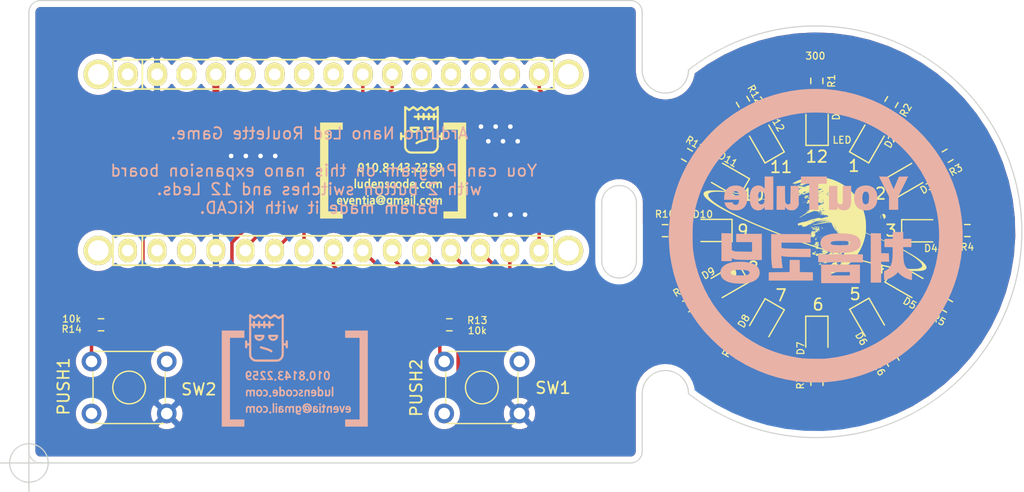
<source format=kicad_pcb>
(kicad_pcb (version 20171130) (host pcbnew "(5.1.7)-1")
  (title_block (date "jeu. 02 avril 2015"))
  (layers (0 F.Cu signal) (31 B.Cu signal) (34 B.Paste user) (35 F.Paste user) (36 B.SilkS user) (37 F.SilkS user) (38 B.Mask user) (39 F.Mask user) (44 Edge.Cuts user))
  (net 0 "")
  (net 1 GND)
  (net 2 +5V)
  (net 3 "Net-(D1-Pad2)")
  (net 4 "Net-(D2-Pad2)")
  (net 5 "Net-(D3-Pad2)")
  (net 6 "Net-(D4-Pad2)")
  (net 7 "Net-(D5-Pad2)")
  (net 8 "Net-(D6-Pad2)")
  (net 9 "Net-(D7-Pad2)")
  (net 10 "Net-(D8-Pad2)")
  (net 11 "Net-(D9-Pad2)")
  (net 12 "Net-(D10-Pad2)")
  (net 13 "Net-(D11-Pad2)")
  (net 14 "Net-(D12-Pad2)")
  (net 15 2)
  (net 16 3)
  (net 17 4)
  (net 18 5)
  (net 19 6)
  (net 20 7)
  (net 21 8)
  (net 22 9)
  (net 23 10)
  (net 24 11)
  (net 25 12)
  (net 26 A2)
  (net 27 13)
  (net 28 A3)
  (module Resistor_SMD:R_0603_1608Metric (layer F.Cu) (at 168.1 111.05 90)
    (fp_text reference R7 (at 0 -1.43 90) (layer F.SilkS) (effects (font (size 0.6 0.6) (thickness 0.1))))
    (fp_text value R)
    (pad 2 smd roundrect (at 0.825 0 90) (size 0.8 0.95) (layers F.Cu F.Paste F.Mask) (net 9 "Net-(D7-Pad2)"))
    (pad 1 smd roundrect (at -0.825 0 90) (size 0.8 0.95) (layers F.Cu F.Paste F.Mask) (net 21 8))
  )
  (module LED_SMD:LED_0805_2012Metric (layer F.Cu) (at 168.092 106.9895 270)
    (fp_text reference D7 (at 1.0945 1.397 90) (layer F.SilkS) (effects (font (size 0.6 0.6) (thickness 0.1))))
    (fp_text value LED)
    (pad 2 smd roundrect (at 0.9375 0 270) (size 0.975 1.4) (layers F.Cu F.Paste F.Mask) (net 9 "Net-(D7-Pad2)"))
    (pad 1 smd roundrect (at -0.9375 0 270) (size 0.975 1.4) (layers F.Cu F.Paste F.Mask) (net 1 GND))
  )
  (module Try001:YouTube_PCB_Profile_130x105 (layer B.Cu) (at 123 110 180)
    (fp_text reference G*** hide)
    (fp_text value LOGO hide)
  )
  (module Try001:YouTube_PCB_Profile_130x105 (layer F.Cu) (at 131.445 92)
    (fp_text reference G*** hide)
    (fp_text value LOGO hide)
  )
  (module Try001:YouTube_PCB_254 (layer B.Cu) (at 168.005 98.33 180)
    (fp_text reference G*** hide)
    (fp_text value LOGO hide)
  )
  (module Try001:PCB_Logo_Space (layer F.Cu) (at 168.005 97.695)
    (fp_text reference G*** hide)
    (fp_text value LOGO hide)
  )
  (module Socket_Arduino_Nano:Socket_Strip_Arduino_1x15 (layer F.Cu) (at 108.535 84.38)
    (fp_text reference P2 hide)
    (fp_text value Analog hide)
    (pad 1 thru_hole oval (at 0 0) (size 1.7272 2.032) (drill 1.016) (layers *.Cu *.Mask F.SilkS))
    (pad 2 thru_hole oval (at 2.54 0) (size 1.7272 2.032) (drill 1.016) (layers *.Cu *.Mask F.SilkS) (net 1 GND))
    (pad 3 thru_hole oval (at 5.08 0) (size 1.7272 2.032) (drill 1.016) (layers *.Cu *.Mask F.SilkS))
    (pad 4 thru_hole oval (at 7.62 0) (size 1.7272 2.032) (drill 1.016) (layers *.Cu *.Mask F.SilkS) (net 2 +5V))
    (pad 5 thru_hole oval (at 10.16 0) (size 1.7272 2.032) (drill 1.016) (layers *.Cu *.Mask F.SilkS))
    (pad 6 thru_hole oval (at 12.7 0) (size 1.7272 2.032) (drill 1.016) (layers *.Cu *.Mask F.SilkS))
    (pad 7 thru_hole oval (at 15.24 0) (size 1.7272 2.032) (drill 1.016) (layers *.Cu *.Mask F.SilkS))
    (pad 8 thru_hole oval (at 17.78 0) (size 1.7272 2.032) (drill 1.016) (layers *.Cu *.Mask F.SilkS))
    (pad 9 thru_hole oval (at 20.32 0) (size 1.7272 2.032) (drill 1.016) (layers *.Cu *.Mask F.SilkS) (net 28 A3))
    (pad 10 thru_hole oval (at 22.86 0) (size 1.7272 2.032) (drill 1.016) (layers *.Cu *.Mask F.SilkS) (net 26 A2))
    (pad 11 thru_hole oval (at 25.4 0) (size 1.7272 2.032) (drill 1.016) (layers *.Cu *.Mask F.SilkS))
    (pad 12 thru_hole oval (at 27.94 0) (size 1.7272 2.032) (drill 1.016) (layers *.Cu *.Mask F.SilkS))
    (pad 13 thru_hole oval (at 30.48 0) (size 1.7272 2.032) (drill 1.016) (layers *.Cu *.Mask F.SilkS))
    (pad 14 thru_hole oval (at 33.02 0) (size 1.7272 2.032) (drill 1.016) (layers *.Cu *.Mask F.SilkS))
    (pad 15 thru_hole oval (at 35.56 0) (size 1.7272 2.032) (drill 1.016) (layers *.Cu *.Mask F.SilkS) (net 27 13))
  )
  (module Socket_Arduino_Nano:Socket_Strip_Arduino_1x15 (layer F.Cu) (at 108.535 99.62)
    (fp_text reference P1 hide)
    (fp_text value Digital hide)
    (pad 1 thru_hole oval (at 0 0) (size 1.6 2.032) (drill 1) (layers *.Cu *.Mask F.SilkS))
    (pad 2 thru_hole oval (at 2.54 0) (size 1.6 2.032) (drill 1) (layers *.Cu *.Mask F.SilkS))
    (pad 3 thru_hole oval (at 5.08 0) (size 1.6 2.032) (drill 1) (layers *.Cu *.Mask F.SilkS))
    (pad 4 thru_hole oval (at 7.62 0) (size 1.6 2.032) (drill 1) (layers *.Cu *.Mask F.SilkS) (net 1 GND))
    (pad 5 thru_hole oval (at 10.16 0) (size 1.6 2.032) (drill 1) (layers *.Cu *.Mask F.SilkS) (net 15 2))
    (pad 6 thru_hole oval (at 12.7 0) (size 1.6 2.032) (drill 1) (layers *.Cu *.Mask F.SilkS) (net 16 3))
    (pad 7 thru_hole oval (at 15.24 0) (size 1.6 2.032) (drill 1) (layers *.Cu *.Mask F.SilkS) (net 17 4))
    (pad 8 thru_hole oval (at 17.78 0) (size 1.6 2.032) (drill 1) (layers *.Cu *.Mask F.SilkS) (net 18 5))
    (pad 9 thru_hole oval (at 20.32 0) (size 1.6 2.032) (drill 1) (layers *.Cu *.Mask F.SilkS) (net 19 6))
    (pad 10 thru_hole oval (at 22.86 0) (size 1.6 2.032) (drill 1) (layers *.Cu *.Mask F.SilkS) (net 20 7))
    (pad 11 thru_hole oval (at 25.4 0) (size 1.6 2.032) (drill 1) (layers *.Cu *.Mask F.SilkS) (net 21 8))
    (pad 12 thru_hole oval (at 27.94 0) (size 1.6 2.032) (drill 1) (layers *.Cu *.Mask F.SilkS) (net 22 9))
    (pad 13 thru_hole oval (at 30.48 0) (size 1.6 2.032) (drill 1) (layers *.Cu *.Mask F.SilkS) (net 23 10))
    (pad 14 thru_hole oval (at 33.02 0) (size 1.6 2.032) (drill 1) (layers *.Cu *.Mask F.SilkS) (net 24 11))
    (pad 15 thru_hole oval (at 35.56 0) (size 1.6 2.032) (drill 1) (layers *.Cu *.Mask F.SilkS) (net 25 12))
  )
  (module LED_SMD:LED_0805_2012Metric (layer F.Cu) (at 168.11 88.8425 90)
    (fp_text reference D1 (at 1.0645 1.651 270) (layer F.SilkS) (effects (font (size 0.6 0.6) (thickness 0.1))))
    (fp_text value LED (at -1.2215 2.159 180) (layer F.SilkS) (effects (font (size 0.6 0.6) (thickness 0.1))))
    (pad 2 smd roundrect (at 0.9375 0 90) (size 0.975 1.4) (layers F.Cu F.Paste F.Mask) (net 3 "Net-(D1-Pad2)"))
    (pad 1 smd roundrect (at -0.9375 0 90) (size 0.975 1.4) (layers F.Cu F.Paste F.Mask) (net 1 GND))
  )
  (module Button_Switch_THT:SW_TH_Tactile_Omron_B3F-10xx (layer F.Cu) (at 105.41 109.22)
    (fp_text reference SW2 (at 9.271 2.413) (layer F.SilkS))
    (fp_text value PUSH1 (at -2.413 2.159 -90) (layer F.SilkS))
    (pad 1 thru_hole circle (at 0 0) (size 1.7 1.7) (drill 1) (layers *.Cu *.Mask) (net 28 A3))
    (pad 2 thru_hole circle (at 6.5 0) (size 1.7 1.7) (drill 1) (layers *.Cu *.Mask))
    (pad 3 thru_hole circle (at 0 4.5) (size 1.7 1.7) (drill 1) (layers *.Cu *.Mask))
    (pad 4 thru_hole circle (at 6.5 4.5) (size 1.7 1.7) (drill 1) (layers *.Cu *.Mask) (net 1 GND))
  )
  (module Button_Switch_THT:SW_TH_Tactile_Omron_B3F-10xx (layer F.Cu) (at 135.89 109.22)
    (fp_text reference SW1 (at 9.398 2.286) (layer F.SilkS))
    (fp_text value PUSH2 (at -2.413 2.286 -90) (layer F.SilkS))
    (pad 1 thru_hole circle (at 0 0) (size 1.7 1.7) (drill 1) (layers *.Cu *.Mask) (net 26 A2))
    (pad 2 thru_hole circle (at 6.5 0) (size 1.7 1.7) (drill 1) (layers *.Cu *.Mask))
    (pad 3 thru_hole circle (at 0 4.5) (size 1.7 1.7) (drill 1) (layers *.Cu *.Mask))
    (pad 4 thru_hole circle (at 6.5 4.5) (size 1.7 1.7) (drill 1) (layers *.Cu *.Mask) (net 1 GND))
  )
  (module Resistor_SMD:R_0603_1608Metric (layer F.Cu) (at 106.235 106.045 180)
    (fp_text reference R14 (at 2.54 -0.381) (layer F.SilkS) (effects (font (size 0.6 0.6) (thickness 0.1))))
    (fp_text value 10k (at 2.54 0.508) (layer F.SilkS) (effects (font (size 0.6 0.6) (thickness 0.1))))
    (pad 2 smd roundrect (at 0.825 0 180) (size 0.8 0.95) (layers F.Cu F.Paste F.Mask) (net 28 A3))
    (pad 1 smd roundrect (at -0.825 0 180) (size 0.8 0.95) (layers F.Cu F.Paste F.Mask) (net 2 +5V))
  )
  (module Resistor_SMD:R_0603_1608Metric (layer F.Cu) (at 136.335 106.045 180)
    (fp_text reference R13 (at -2.413 0.381) (layer F.SilkS) (effects (font (size 0.6 0.6) (thickness 0.1))))
    (fp_text value 10k (at -2.413 -0.508) (layer F.SilkS) (effects (font (size 0.6 0.6) (thickness 0.1))))
    (pad 2 smd roundrect (at 0.825 0 180) (size 0.8 0.95) (layers F.Cu F.Paste F.Mask) (net 26 A2))
    (pad 1 smd roundrect (at -0.825 0 180) (size 0.8 0.95) (layers F.Cu F.Paste F.Mask) (net 2 +5V))
  )
  (module Resistor_SMD:R_0603_1608Metric (layer F.Cu) (at 161.7075 86.750529 300)
    (fp_text reference R12 (at -0.026176 -1.224662 120) (layer F.SilkS) (effects (font (size 0.6 0.6) (thickness 0.1))))
    (fp_text value R)
    (pad 2 smd roundrect (at 0.825 0 300) (size 0.8 0.95) (layers F.Cu F.Paste F.Mask) (net 14 "Net-(D12-Pad2)"))
    (pad 1 smd roundrect (at -0.825 0 300) (size 0.8 0.95) (layers F.Cu F.Paste F.Mask) (net 27 13))
  )
  (module Resistor_SMD:R_0603_1608Metric (layer F.Cu) (at 156.865529 91.3625 330)
    (fp_text reference R11 (at 0.1265 -1.209838 150) (layer F.SilkS) (effects (font (size 0.6 0.6) (thickness 0.1))))
    (fp_text value R)
    (pad 2 smd roundrect (at 0.825 0 330) (size 0.8 0.95) (layers F.Cu F.Paste F.Mask) (net 13 "Net-(D11-Pad2)"))
    (pad 1 smd roundrect (at -0.825 0 330) (size 0.8 0.95) (layers F.Cu F.Paste F.Mask) (net 25 12))
  )
  (module Resistor_SMD:R_0603_1608Metric (layer F.Cu) (at 154.975 97.905)
    (fp_text reference R10 (at 0 -1.43) (layer F.SilkS) (effects (font (size 0.6 0.6) (thickness 0.1))))
    (fp_text value R)
    (pad 2 smd roundrect (at 0.825 0) (size 0.8 0.95) (layers F.Cu F.Paste F.Mask) (net 12 "Net-(D10-Pad2)"))
    (pad 1 smd roundrect (at -0.825 0) (size 0.8 0.95) (layers F.Cu F.Paste F.Mask) (net 24 11))
  )
  (module Resistor_SMD:R_0603_1608Metric (layer F.Cu) (at 156.965529 104.3575 30)
    (fp_text reference R9 (at 0 -1.43 30) (layer F.SilkS) (effects (font (size 0.6 0.6) (thickness 0.1))))
    (fp_text value R)
    (pad 2 smd roundrect (at 0.825 0 30) (size 0.8 0.95) (layers F.Cu F.Paste F.Mask) (net 11 "Net-(D9-Pad2)"))
    (pad 1 smd roundrect (at -0.825 0 30) (size 0.8 0.95) (layers F.Cu F.Paste F.Mask) (net 23 10))
  )
  (module Resistor_SMD:R_0603_1608Metric (layer F.Cu) (at 161.6675 109.009471 60)
    (fp_text reference R8 (at 0 -1.43 60) (layer F.SilkS) (effects (font (size 0.6 0.6) (thickness 0.1))))
    (fp_text value R)
    (pad 2 smd roundrect (at 0.825 0 60) (size 0.8 0.95) (layers F.Cu F.Paste F.Mask) (net 10 "Net-(D8-Pad2)"))
    (pad 1 smd roundrect (at -0.825 0 60) (size 0.8 0.95) (layers F.Cu F.Paste F.Mask) (net 22 9))
  )
  (module Resistor_SMD:R_0603_1608Metric (layer F.Cu) (at 174.6225 109.169471 120)
    (fp_text reference R6 (at -0.047708 -1.347367 120) (layer F.SilkS) (effects (font (size 0.6 0.6) (thickness 0.1))))
    (fp_text value R)
    (pad 2 smd roundrect (at 0.825 0 120) (size 0.8 0.95) (layers F.Cu F.Paste F.Mask) (net 8 "Net-(D6-Pad2)"))
    (pad 1 smd roundrect (at -0.825 0 120) (size 0.8 0.95) (layers F.Cu F.Paste F.Mask) (net 20 7))
  )
  (module Resistor_SMD:R_0603_1608Metric (layer F.Cu) (at 179.344471 104.3875 150)
    (fp_text reference R5 (at 0 -1.43 150) (layer F.SilkS) (effects (font (size 0.6 0.6) (thickness 0.1))))
    (fp_text value R)
    (pad 2 smd roundrect (at 0.825 0 150) (size 0.8 0.95) (layers F.Cu F.Paste F.Mask) (net 7 "Net-(D5-Pad2)"))
    (pad 1 smd roundrect (at -0.825 0 150) (size 0.8 0.95) (layers F.Cu F.Paste F.Mask) (net 19 6))
  )
  (module Resistor_SMD:R_0603_1608Metric (layer F.Cu) (at 181.095 97.895 180)
    (fp_text reference R4 (at 0 -1.43) (layer F.SilkS) (effects (font (size 0.6 0.6) (thickness 0.1))))
    (fp_text value R)
    (pad 2 smd roundrect (at 0.825 0 180) (size 0.8 0.95) (layers F.Cu F.Paste F.Mask) (net 6 "Net-(D4-Pad2)"))
    (pad 1 smd roundrect (at -0.825 0 180) (size 0.8 0.95) (layers F.Cu F.Paste F.Mask) (net 18 5))
  )
  (module Resistor_SMD:R_0603_1608Metric (layer F.Cu) (at 179.394471 91.4225 210)
    (fp_text reference R3 (at 0 -1.43 30) (layer F.SilkS) (effects (font (size 0.6 0.6) (thickness 0.1))))
    (fp_text value R)
    (pad 2 smd roundrect (at 0.825 0 210) (size 0.8 0.95) (layers F.Cu F.Paste F.Mask) (net 5 "Net-(D3-Pad2)"))
    (pad 1 smd roundrect (at -0.825 0 210) (size 0.8 0.95) (layers F.Cu F.Paste F.Mask) (net 17 4))
  )
  (module Resistor_SMD:R_0603_1608Metric (layer F.Cu) (at 174.5425 86.770529 240)
    (fp_text reference R2 (at 0 -1.43 60) (layer F.SilkS) (effects (font (size 0.6 0.6) (thickness 0.1))))
    (fp_text value R)
    (pad 2 smd roundrect (at 0.825 0 240) (size 0.8 0.95) (layers F.Cu F.Paste F.Mask) (net 4 "Net-(D2-Pad2)"))
    (pad 1 smd roundrect (at -0.825 0 240) (size 0.8 0.95) (layers F.Cu F.Paste F.Mask) (net 16 3))
  )
  (module Resistor_SMD:R_0603_1608Metric (layer F.Cu) (at 168.09 84.95 270)
    (fp_text reference R1 (at 0 -1.27 90) (layer F.SilkS) (effects (font (size 0.6 0.6) (thickness 0.1))))
    (fp_text value 300 (at -2.159 0.127 180) (layer F.SilkS) (effects (font (size 0.6 0.6) (thickness 0.1))))
    (pad 2 smd roundrect (at 0.825 0 270) (size 0.8 0.95) (layers F.Cu F.Paste F.Mask) (net 3 "Net-(D1-Pad2)"))
    (pad 1 smd roundrect (at -0.825 0 270) (size 0.8 0.95) (layers F.Cu F.Paste F.Mask) (net 15 2))
  )
  (module LED_SMD:LED_0805_2012Metric (layer F.Cu) (at 163.60125 90.113101 120)
    (fp_text reference D12 (at 0.879806 1.681132 120) (layer F.SilkS) (effects (font (size 0.6 0.6) (thickness 0.1))))
    (fp_text value LED)
    (pad 2 smd roundrect (at 0.9375 0 120) (size 0.975 1.4) (layers F.Cu F.Paste F.Mask) (net 14 "Net-(D12-Pad2)"))
    (pad 1 smd roundrect (at -0.9375 0 120) (size 0.975 1.4) (layers F.Cu F.Paste F.Mask) (net 1 GND))
  )
  (module LED_SMD:LED_0805_2012Metric (layer F.Cu) (at 160.331899 93.40375 150)
    (fp_text reference D11 (at 0.757517 1.469058 150) (layer F.SilkS) (effects (font (size 0.6 0.6) (thickness 0.1))))
    (fp_text value LED)
    (pad 2 smd roundrect (at 0.9375 0 150) (size 0.975 1.4) (layers F.Cu F.Paste F.Mask) (net 13 "Net-(D11-Pad2)"))
    (pad 1 smd roundrect (at -0.9375 0 150) (size 0.975 1.4) (layers F.Cu F.Paste F.Mask) (net 1 GND))
  )
  (module LED_SMD:LED_0805_2012Metric (layer F.Cu) (at 159.0775 97.885 180)
    (fp_text reference D10 (at 0.8405 1.397) (layer F.SilkS) (effects (font (size 0.6 0.6) (thickness 0.1))))
    (fp_text value LED)
    (pad 2 smd roundrect (at 0.9375 0 180) (size 0.975 1.4) (layers F.Cu F.Paste F.Mask) (net 12 "Net-(D10-Pad2)"))
    (pad 1 smd roundrect (at -0.9375 0 180) (size 0.975 1.4) (layers F.Cu F.Paste F.Mask) (net 1 GND))
  )
  (module LED_SMD:LED_0805_2012Metric (layer F.Cu) (at 160.298101 102.36375 210)
    (fp_text reference D9 (at 0.980825 1.446161 30) (layer F.SilkS) (effects (font (size 0.6 0.6) (thickness 0.1))))
    (fp_text value LED)
    (pad 2 smd roundrect (at 0.9375 0 210) (size 0.975 1.4) (layers F.Cu F.Paste F.Mask) (net 11 "Net-(D9-Pad2)"))
    (pad 1 smd roundrect (at -0.9375 0 210) (size 0.975 1.4) (layers F.Cu F.Paste F.Mask) (net 1 GND))
  )
  (module LED_SMD:LED_0805_2012Metric (layer F.Cu) (at 163.61125 105.726899 240)
    (fp_text reference D8 (at 0.91325 1.581795 60) (layer F.SilkS) (effects (font (size 0.6 0.6) (thickness 0.1))))
    (fp_text value LED)
    (pad 2 smd roundrect (at 0.9375 0 240) (size 0.975 1.4) (layers F.Cu F.Paste F.Mask) (net 10 "Net-(D8-Pad2)"))
    (pad 1 smd roundrect (at -0.9375 0 240) (size 0.975 1.4) (layers F.Cu F.Paste F.Mask) (net 1 GND))
  )
  (module LED_SMD:LED_0805_2012Metric (layer F.Cu) (at 172.60125 105.683101 300)
    (fp_text reference D6 (at 1.025912 1.370867 120) (layer F.SilkS) (effects (font (size 0.6 0.6) (thickness 0.1))))
    (fp_text value LED)
    (pad 2 smd roundrect (at 0.9375 0 300) (size 0.975 1.4) (layers F.Cu F.Paste F.Mask) (net 8 "Net-(D6-Pad2)"))
    (pad 1 smd roundrect (at -0.9375 0 300) (size 0.975 1.4) (layers F.Cu F.Paste F.Mask) (net 1 GND))
  )
  (module LED_SMD:LED_0805_2012Metric (layer F.Cu) (at 175.918101 102.36625 330)
    (fp_text reference D5 (at 1.085382 1.471734 150) (layer F.SilkS) (effects (font (size 0.6 0.6) (thickness 0.1))))
    (fp_text value LED)
    (pad 2 smd roundrect (at 0.9375 0 330) (size 0.975 1.4) (layers F.Cu F.Paste F.Mask) (net 7 "Net-(D5-Pad2)"))
    (pad 1 smd roundrect (at -0.9375 0 330) (size 0.975 1.4) (layers F.Cu F.Paste F.Mask) (net 1 GND))
  )
  (module LED_SMD:LED_0805_2012Metric (layer F.Cu) (at 177.1075 97.915)
    (fp_text reference D4 (at 0.8405 1.524) (layer F.SilkS) (effects (font (size 0.6 0.6) (thickness 0.1))))
    (fp_text value LED)
    (pad 2 smd roundrect (at 0.9375 0) (size 0.975 1.4) (layers F.Cu F.Paste F.Mask) (net 6 "Net-(D4-Pad2)"))
    (pad 1 smd roundrect (at -0.9375 0) (size 0.975 1.4) (layers F.Cu F.Paste F.Mask) (net 1 GND))
  )
  (module LED_SMD:LED_0805_2012Metric (layer F.Cu) (at 175.898101 93.41375 30)
    (fp_text reference D3 (at 1.072397 1.544352 30) (layer F.SilkS) (effects (font (size 0.6 0.6) (thickness 0.1))))
    (fp_text value LED)
    (pad 2 smd roundrect (at 0.9375 0 30) (size 0.975 1.4) (layers F.Cu F.Paste F.Mask) (net 5 "Net-(D3-Pad2)"))
    (pad 1 smd roundrect (at -0.9375 0 30) (size 0.975 1.4) (layers F.Cu F.Paste F.Mask) (net 1 GND))
  )
  (module LED_SMD:LED_0805_2012Metric (layer F.Cu) (at 172.58725 90.105899 60)
    (fp_text reference D2 (at 0.866104 1.654337 60) (layer F.SilkS) (effects (font (size 0.6 0.6) (thickness 0.1))))
    (fp_text value LED hide)
    (pad 2 smd roundrect (at 0.9375 0 60) (size 0.975 1.4) (layers F.Cu F.Paste F.Mask) (net 4 "Net-(D2-Pad2)"))
    (pad 1 smd roundrect (at -0.9375 0 60) (size 0.975 1.4) (layers F.Cu F.Paste F.Mask) (net 1 GND))
  )
  (module Socket_Arduino_Nano:1pin_Nano (layer F.Cu) (at 105.995 99.62 90)
    (fp_text reference P3 hide)
    (fp_text value CONN_01X01 hide)
    (pad 1 thru_hole circle (at 0 0 90) (size 2.54 2.54) (drill 1.778) (layers *.Cu *.Mask F.SilkS))
  )
  (module Socket_Arduino_Nano:1pin_Nano (layer F.Cu) (at 146.635 99.62 90)
    (fp_text reference P4 hide)
    (fp_text value CONN_01X01 hide)
    (pad 1 thru_hole circle (at 0 0 90) (size 2.54 2.54) (drill 1.778) (layers *.Cu *.Mask F.SilkS))
  )
  (module Socket_Arduino_Nano:1pin_Nano (layer F.Cu) (at 146.635 84.38 90)
    (fp_text reference P5 hide)
    (fp_text value CONN_01X01 hide)
    (pad 1 thru_hole circle (at 0 0 90) (size 2.54 2.54) (drill 1.778) (layers *.Cu *.Mask F.SilkS))
  )
  (module Socket_Arduino_Nano:1pin_Nano (layer F.Cu) (at 105.995 84.38 90)
    (fp_text reference P6 hide)
    (fp_text value CONN_01X01 hide)
    (pad 1 thru_hole circle (at 0 0 90) (size 2.54 2.54) (drill 1.778) (layers *.Cu *.Mask F.SilkS))
  )
  (gr_arc (start 151 100.5) (end 149.5 100.5) (angle -180) (layer Edge.Cuts) (width 0.1))
  (gr_arc (start 151 95.5) (end 152.5 95.5) (angle -180) (layer Edge.Cuts) (width 0.1))
  (gr_line (start 149.5 95.5) (end 149.5 100.5) (layer Edge.Cuts) (width 0.1))
  (gr_line (start 152.5 100.5) (end 152.5 95.5) (layer Edge.Cuts) (width 0.1))
  (target plus (at 100 118) (size 5) (width 0.1) (layer Edge.Cuts))
  (gr_text 11 (at 165 92.4) (layer F.SilkS) (effects (font (size 1 1))))
  (gr_text 10 (at 162.6 94.8) (layer F.SilkS) (effects (font (size 1 1))))
  (gr_text 9 (at 161.7 97.9) (layer F.SilkS) (effects (font (size 1 1))))
  (gr_text 8 (at 162.6 101.1) (layer F.SilkS) (effects (font (size 1 1))))
  (gr_text 7 (at 165 103.5) (layer F.SilkS) (effects (font (size 1 1))))
  (gr_text 6 (at 168.2 104.3) (layer F.SilkS) (effects (font (size 1 1))))
  (gr_text 5 (at 171.4 103.4) (layer F.SilkS) (effects (font (size 1 1))))
  (gr_text 4 (at 173.5 101.1) (layer F.SilkS) (effects (font (size 1 1))))
  (gr_text 3 (at 174.5 97.9) (layer F.SilkS) (effects (font (size 1 1))))
  (gr_text 2 (at 173.6 94.7) (layer F.SilkS) (effects (font (size 1 1))))
  (gr_text 1 (at 171.3 92.3) (layer F.SilkS) (effects (font (size 1 1))))
  (gr_text 12 (at 168.1 91.5) (layer F.SilkS) (effects (font (size 1 1))))
  (gr_text "Arduino Nano Led Roulette Game.\n\nYou can Program on this nano expansion board \nwith 2 button switches and 12 Leds.\nBaram made it with KiCAD." (at 125.095 92.71) (layer B.SilkS) (effects (font (size 1 1)) (justify mirror)))
  (gr_line (start 153 117) (end 153 112) (layer Edge.Cuts) (width 0.1))
  (gr_line (start 101 118) (end 152 118) (layer Edge.Cuts) (width 0.1))
  (gr_line (start 100 79) (end 100 117) (layer Edge.Cuts) (width 0.1))
  (gr_line (start 152 78) (end 101 78) (layer Edge.Cuts) (width 0.1))
  (gr_line (start 153 84) (end 153 79) (layer Edge.Cuts) (width 0.1))
  (gr_arc (start 152 117) (end 152 118) (angle -90) (layer Edge.Cuts) (width 0.1))
  (gr_arc (start 101 117) (end 100 117) (angle -90) (layer Edge.Cuts) (width 0.1))
  (gr_arc (start 152 79) (end 153 79) (angle -90) (layer Edge.Cuts) (width 0.1))
  (gr_arc (start 101 79) (end 101 78) (angle -90) (layer Edge.Cuts) (width 0.1))
  (gr_arc (start 155 112) (end 157 111.999999) (angle -179.9999714) (layer Edge.Cuts) (width 0.1))
  (gr_arc (start 155 84) (end 153 84) (angle -179.9999714) (layer Edge.Cuts) (width 0.1))
  (gr_arc (start 168 98) (end 157.000001 111.999999) (angle -256.3144532) (layer Edge.Cuts) (width 0.1))
  (via (at 142.875 96.52) (size 0.6) (drill 0.4) (layers F.Cu B.Cu) (net 1))
  (via (at 141.605 96.52) (size 0.6) (drill 0.4) (layers F.Cu B.Cu) (net 1))
  (via (at 140.335 96.52) (size 0.6) (drill 0.4) (layers F.Cu B.Cu) (net 1))
  (via (at 142.24 90.17) (size 0.6) (drill 0.4) (layers F.Cu B.Cu) (net 1))
  (via (at 140.97 90.17) (size 0.6) (drill 0.4) (layers F.Cu B.Cu) (net 1))
  (via (at 139.7 90.17) (size 0.6) (drill 0.4) (layers F.Cu B.Cu) (net 1))
  (via (at 140.335 88.9) (size 0.6) (drill 0.4) (layers F.Cu B.Cu) (net 1))
  (via (at 141.605 88.9) (size 0.6) (drill 0.4) (layers F.Cu B.Cu) (net 1))
  (via (at 118.745 91.44) (size 0.6) (drill 0.4) (layers F.Cu B.Cu) (net 1))
  (via (at 120.015 91.44) (size 0.6) (drill 0.4) (layers F.Cu B.Cu) (net 1))
  (via (at 121.285 91.44) (size 0.6) (drill 0.4) (layers F.Cu B.Cu) (net 1))
  (via (at 117.475 91.44) (size 0.6) (drill 0.4) (layers F.Cu B.Cu) (net 1))
  (via (at 139.065 88.9) (size 0.6) (drill 0.4) (layers F.Cu B.Cu) (net 1))
  (segment (start 116.155 84.38) (end 116.155 87.68) (width 0.6) (layer F.Cu) (net 2))
  (segment (start 116.155 87.68) (end 109.22 94.615) (width 0.6) (layer F.Cu) (net 2))
  (segment (start 109.22 94.615) (end 105.41 94.615) (width 0.6) (layer F.Cu) (net 2))
  (segment (start 105.41 94.615) (end 102.235 97.79) (width 0.6) (layer F.Cu) (net 2))
  (segment (start 102.235 97.79) (end 102.235 111.125) (width 0.6) (layer F.Cu) (net 2))
  (segment (start 102.235 111.125) (end 102.87 111.76) (width 0.6) (layer F.Cu) (net 2))
  (segment (start 102.87 111.76) (end 106.045 111.76) (width 0.6) (layer F.Cu) (net 2))
  (segment (start 107.06 110.745) (end 107.06 106.045) (width 0.6) (layer F.Cu) (net 2))
  (segment (start 106.045 111.76) (end 107.06 110.745) (width 0.6) (layer F.Cu) (net 2))
  (segment (start 107.06 110.745) (end 108.205 110.745) (width 0.6) (layer F.Cu) (net 2))
  (segment (start 108.205 110.745) (end 109.22 111.76) (width 0.6) (layer F.Cu) (net 2))
  (segment (start 109.22 111.76) (end 136.525 111.76) (width 0.6) (layer F.Cu) (net 2))
  (segment (start 137.240001 106.125001) (end 137.16 106.045) (width 0.6) (layer F.Cu) (net 2))
  (segment (start 137.240001 111.044999) (end 137.240001 106.125001) (width 0.6) (layer F.Cu) (net 2))
  (segment (start 136.525 111.76) (end 137.240001 111.044999) (width 0.6) (layer F.Cu) (net 2))
  (segment (start 168.09 85.775) (end 168.11 87.905) (width 0.3) (layer F.Cu) (net 3))
  (segment (start 174.13 87.485) (end 173.056 89.294) (width 0.3) (layer F.Cu) (net 4))
  (segment (start 178.68 91.835) (end 176.71 92.945) (width 0.3) (layer F.Cu) (net 5))
  (segment (start 178.045 97.915) (end 180.27 97.895) (width 0.3) (layer F.Cu) (net 6))
  (segment (start 176.73 102.835) (end 178.63 103.975) (width 0.3) (layer F.Cu) (net 7))
  (segment (start 173.07 106.495) (end 174.21 108.455) (width 0.3) (layer F.Cu) (net 8))
  (segment (start 168.092 107.927) (end 168.1 110.225) (width 0.3) (layer F.Cu) (net 9))
  (segment (start 163.1425 106.538798) (end 162.08 108.295) (width 0.3) (layer F.Cu) (net 10))
  (segment (start 159.486202 102.8325) (end 157.68 103.945) (width 0.3) (layer F.Cu) (net 11))
  (segment (start 158.14 97.885) (end 155.8 97.905) (width 0.3) (layer F.Cu) (net 12))
  (segment (start 157.58 91.775) (end 159.52 92.935) (width 0.3) (layer F.Cu) (net 13))
  (segment (start 162.12 87.465) (end 163.1325 89.301202) (width 0.3) (layer F.Cu) (net 14))
  (segment (start 151.527867 88.765011) (end 146.312881 93.979997) (width 0.3) (layer F.Cu) (net 15))
  (segment (start 146.312881 93.979997) (end 126.167877 93.980001) (width 0.3) (layer F.Cu) (net 15))
  (segment (start 118.695 99.404) (end 118.695 99.62) (width 0.3) (layer F.Cu) (net 15))
  (segment (start 122.357878 97.79) (end 120.309 97.79) (width 0.3) (layer F.Cu) (net 15))
  (segment (start 126.167877 93.980001) (end 122.357878 97.79) (width 0.3) (layer F.Cu) (net 15))
  (segment (start 120.309 97.79) (end 118.695 99.404) (width 0.3) (layer F.Cu) (net 15))
  (segment (start 158.884989 88.765011) (end 159.472134 88.765014) (width 0.3) (layer F.Cu) (net 15))
  (segment (start 163.41712 92.71) (end 165.735 92.71) (width 0.3) (layer F.Cu) (net 15))
  (segment (start 165.735 92.71) (end 166.37 92.075) (width 0.3) (layer F.Cu) (net 15))
  (segment (start 166.37 92.075) (end 166.37 85.09) (width 0.3) (layer F.Cu) (net 15))
  (segment (start 167.335 84.125) (end 168.09 84.125) (width 0.3) (layer F.Cu) (net 15))
  (segment (start 166.37 85.09) (end 167.335 84.125) (width 0.3) (layer F.Cu) (net 15))
  (segment (start 158.665014 88.765014) (end 158.665011 88.765011) (width 0.3) (layer F.Cu) (net 15))
  (segment (start 159.472134 88.765014) (end 158.665014 88.765014) (width 0.3) (layer F.Cu) (net 15))
  (segment (start 158.665011 88.765011) (end 151.527867 88.765011) (width 0.3) (layer F.Cu) (net 15))
  (segment (start 160.15356 89.44644) (end 159.472134 88.765014) (width 0.3) (layer F.Cu) (net 15))
  (segment (start 158.884989 88.765011) (end 158.665011 88.765011) (width 0.3) (layer F.Cu) (net 15))
  (segment (start 160.15356 89.44644) (end 163.41712 92.71) (width 0.3) (layer F.Cu) (net 15))
  (segment (start 126.374989 94.480011) (end 121.235 99.62) (width 0.3) (layer F.Cu) (net 16))
  (segment (start 174.955 86.056058) (end 173.023942 86.056058) (width 0.3) (layer F.Cu) (net 16))
  (segment (start 170.815 88.265) (end 170.815 89.535) (width 0.3) (layer F.Cu) (net 16))
  (segment (start 169.564455 90.785545) (end 169.564455 92.055545) (width 0.3) (layer F.Cu) (net 16))
  (segment (start 170.815 89.535) (end 169.564455 90.785545) (width 0.3) (layer F.Cu) (net 16))
  (segment (start 173.023942 86.056058) (end 170.815 88.265) (width 0.3) (layer F.Cu) (net 16))
  (segment (start 169.564455 92.055545) (end 169.545 92.075) (width 0.3) (layer F.Cu) (net 16))
  (segment (start 169.545 92.71) (end 168.984999 93.270001) (width 0.3) (layer F.Cu) (net 16))
  (segment (start 169.545 92.075) (end 169.545 92.71) (width 0.3) (layer F.Cu) (net 16))
  (segment (start 168.984999 93.270001) (end 163.27 93.27) (width 0.3) (layer F.Cu) (net 16))
  (segment (start 163.27 93.27) (end 159.265022 89.265022) (width 0.3) (layer F.Cu) (net 16))
  (segment (start 159.265022 89.265022) (end 151.734978 89.265022) (width 0.3) (layer F.Cu) (net 16))
  (segment (start 151.734978 89.265022) (end 146.519989 94.480011) (width 0.3) (layer F.Cu) (net 16))
  (segment (start 146.519989 94.480011) (end 126.374989 94.480011) (width 0.3) (layer F.Cu) (net 16))
  (segment (start 179.268942 90.17) (end 180.108942 91.01) (width 0.3) (layer F.Cu) (net 17))
  (segment (start 177.165 90.17) (end 179.268942 90.17) (width 0.3) (layer F.Cu) (net 17))
  (segment (start 170.88712 92.71) (end 174.625 92.71) (width 0.3) (layer F.Cu) (net 17))
  (segment (start 169.827112 93.770008) (end 170.88712 92.71) (width 0.3) (layer F.Cu) (net 17))
  (segment (start 163.062889 93.770011) (end 169.754989 93.770011) (width 0.3) (layer F.Cu) (net 17))
  (segment (start 174.625 92.71) (end 177.165 90.17) (width 0.3) (layer F.Cu) (net 17))
  (segment (start 159.057911 89.765033) (end 163.062889 93.770011) (width 0.3) (layer F.Cu) (net 17))
  (segment (start 151.942089 89.765033) (end 159.057911 89.765033) (width 0.3) (layer F.Cu) (net 17))
  (segment (start 146.7271 94.980022) (end 151.942089 89.765033) (width 0.3) (layer F.Cu) (net 17))
  (segment (start 126.634978 94.980022) (end 146.7271 94.980022) (width 0.3) (layer F.Cu) (net 17))
  (segment (start 123.775 97.84) (end 126.634978 94.980022) (width 0.3) (layer F.Cu) (net 17))
  (segment (start 169.754989 93.770011) (end 169.827112 93.770008) (width 0.3) (layer F.Cu) (net 17))
  (segment (start 123.775 99.62) (end 123.775 97.84) (width 0.3) (layer F.Cu) (net 17))
  (segment (start 130.11338 101.6105) (end 126.9895 101.6105) (width 0.3) (layer F.Cu) (net 18))
  (segment (start 131.37288 102.87) (end 130.11338 101.6105) (width 0.3) (layer F.Cu) (net 18))
  (segment (start 126.9895 101.6105) (end 126.315 100.936) (width 0.3) (layer F.Cu) (net 18))
  (segment (start 136.168662 104.000022) (end 135.03864 102.87) (width 0.3) (layer F.Cu) (net 18))
  (segment (start 139.560022 104.000022) (end 136.168662 104.000022) (width 0.3) (layer F.Cu) (net 18))
  (segment (start 142.875 107.315) (end 139.560022 104.000022) (width 0.3) (layer F.Cu) (net 18))
  (segment (start 152.315 107.315) (end 142.875 107.315) (width 0.3) (layer F.Cu) (net 18))
  (segment (start 155.990041 109.000041) (end 154.00004 109.00004) (width 0.3) (layer F.Cu) (net 18))
  (segment (start 159.703194 112.713194) (end 155.990041 109.000041) (width 0.3) (layer F.Cu) (net 18))
  (segment (start 160.971806 112.713194) (end 159.703194 112.713194) (width 0.3) (layer F.Cu) (net 18))
  (segment (start 161.758623 113.500011) (end 160.971806 112.713194) (width 0.3) (layer F.Cu) (net 18))
  (segment (start 181.92 97.895) (end 181.92 100.655) (width 0.3) (layer F.Cu) (net 18))
  (segment (start 173.98 113.02) (end 172.99998 114.00002) (width 0.3) (layer F.Cu) (net 18))
  (segment (start 181.92 100.655) (end 182.88 101.615) (width 0.3) (layer F.Cu) (net 18))
  (segment (start 135.03864 102.87) (end 131.37288 102.87) (width 0.3) (layer F.Cu) (net 18))
  (segment (start 181.64606 106.00894) (end 181.64606 106.08106) (width 0.3) (layer F.Cu) (net 18))
  (segment (start 182.88 103.505) (end 182.245 104.14) (width 0.3) (layer F.Cu) (net 18))
  (segment (start 154.00004 109.00004) (end 152.315 107.315) (width 0.3) (layer F.Cu) (net 18))
  (segment (start 182.245 104.14) (end 182.245 105.41) (width 0.3) (layer F.Cu) (net 18))
  (segment (start 182.245 105.41) (end 181.64606 106.00894) (width 0.3) (layer F.Cu) (net 18))
  (segment (start 182.88 101.615) (end 182.88 103.505) (width 0.3) (layer F.Cu) (net 18))
  (segment (start 181.64606 106.08106) (end 174.70712 113.02) (width 0.3) (layer F.Cu) (net 18))
  (segment (start 126.315 100.936) (end 126.315 99.62) (width 0.3) (layer F.Cu) (net 18))
  (segment (start 174.70712 113.02) (end 173.98 113.02) (width 0.3) (layer F.Cu) (net 18))
  (segment (start 172.99998 114.00002) (end 166.00002 114.00002) (width 0.3) (layer F.Cu) (net 18))
  (segment (start 166.00002 114.00002) (end 165.500011 113.500011) (width 0.3) (layer F.Cu) (net 18))
  (segment (start 165.500011 113.500011) (end 161.758623 113.500011) (width 0.3) (layer F.Cu) (net 18))
  (segment (start 161.325365 112.359635) (end 161.325364 112.359636) (width 0.3) (layer F.Cu) (net 19))
  (segment (start 128.855 99.645) (end 128.855 99.62) (width 0.3) (layer F.Cu) (net 19))
  (segment (start 131.51712 102.30712) (end 128.855 99.645) (width 0.3) (layer F.Cu) (net 19))
  (segment (start 135.18288 102.30712) (end 131.51712 102.30712) (width 0.3) (layer F.Cu) (net 19))
  (segment (start 136.375772 103.500012) (end 135.18288 102.30712) (width 0.3) (layer F.Cu) (net 19))
  (segment (start 152.693629 106.814989) (end 143.082111 106.814989) (width 0.3) (layer F.Cu) (net 19))
  (segment (start 154.378669 108.500029) (end 152.693629 106.814989) (width 0.3) (layer F.Cu) (net 19))
  (segment (start 180.058942 104.8) (end 180.058942 106.961058) (width 0.3) (layer F.Cu) (net 19))
  (segment (start 156.19715 108.50003) (end 154.378669 108.500029) (width 0.3) (layer F.Cu) (net 19))
  (segment (start 180.058942 106.961058) (end 174.67106 112.34894) (width 0.3) (layer F.Cu) (net 19))
  (segment (start 174.67106 112.34894) (end 173.721092 112.34894) (width 0.3) (layer F.Cu) (net 19))
  (segment (start 161.642864 112.677132) (end 161.178916 112.213184) (width 0.3) (layer F.Cu) (net 19))
  (segment (start 173.721092 112.34894) (end 172.570023 113.500009) (width 0.3) (layer F.Cu) (net 19))
  (segment (start 172.570023 113.500009) (end 166.792888 113.500009) (width 0.3) (layer F.Cu) (net 19))
  (segment (start 143.082111 106.814989) (end 139.767134 103.500012) (width 0.3) (layer F.Cu) (net 19))
  (segment (start 166.792888 113.500009) (end 166.29288 113) (width 0.3) (layer F.Cu) (net 19))
  (segment (start 166.29288 113) (end 161.965734 113) (width 0.3) (layer F.Cu) (net 19))
  (segment (start 139.767134 103.500012) (end 136.375772 103.500012) (width 0.3) (layer F.Cu) (net 19))
  (segment (start 161.965734 113) (end 161.642868 112.677132) (width 0.3) (layer F.Cu) (net 19))
  (segment (start 161.642868 112.677132) (end 161.642864 112.677132) (width 0.3) (layer F.Cu) (net 19))
  (segment (start 161.178916 112.213184) (end 159.910304 112.213184) (width 0.3) (layer F.Cu) (net 19))
  (segment (start 159.910304 112.213184) (end 156.19715 108.50003) (width 0.3) (layer F.Cu) (net 19))
  (segment (start 136.45288 102.87) (end 135.18288 101.6) (width 0.3) (layer F.Cu) (net 20))
  (segment (start 139.844244 102.87) (end 136.45288 102.87) (width 0.3) (layer F.Cu) (net 20))
  (segment (start 143.289222 106.314978) (end 139.844244 102.87) (width 0.3) (layer F.Cu) (net 20))
  (segment (start 135.18288 101.6) (end 132.715 101.6) (width 0.3) (layer F.Cu) (net 20))
  (segment (start 152.900741 106.314979) (end 143.289222 106.314978) (width 0.3) (layer F.Cu) (net 20))
  (segment (start 154.585779 108.000017) (end 152.900741 106.314979) (width 0.3) (layer F.Cu) (net 20))
  (segment (start 175.035 109.883942) (end 175.035 111.153942) (width 0.3) (layer F.Cu) (net 20))
  (segment (start 162.172845 112.499989) (end 161.678929 112.006071) (width 0.3) (layer F.Cu) (net 20))
  (segment (start 161.386026 111.713174) (end 160.117414 111.713174) (width 0.3) (layer F.Cu) (net 20))
  (segment (start 131.395 100.28) (end 131.395 99.62) (width 0.3) (layer F.Cu) (net 20))
  (segment (start 175.035 111.153942) (end 174.526971 111.661971) (width 0.3) (layer F.Cu) (net 20))
  (segment (start 132.715 101.6) (end 131.395 100.28) (width 0.3) (layer F.Cu) (net 20))
  (segment (start 174.526971 111.661971) (end 173.256971 111.661971) (width 0.3) (layer F.Cu) (net 20))
  (segment (start 171.918942 112.999998) (end 166.999999 112.999998) (width 0.3) (layer F.Cu) (net 20))
  (segment (start 166.999999 112.999998) (end 166.499991 112.499989) (width 0.3) (layer F.Cu) (net 20))
  (segment (start 173.256971 111.661971) (end 171.918942 112.999998) (width 0.3) (layer F.Cu) (net 20))
  (segment (start 161.678929 112.006071) (end 161.678923 112.006071) (width 0.3) (layer F.Cu) (net 20))
  (segment (start 161.678923 112.006071) (end 161.386026 111.713174) (width 0.3) (layer F.Cu) (net 20))
  (segment (start 166.499991 112.499989) (end 162.172845 112.499989) (width 0.3) (layer F.Cu) (net 20))
  (segment (start 160.117414 111.713174) (end 156.404258 108.000018) (width 0.3) (layer F.Cu) (net 20))
  (segment (start 156.404258 108.000018) (end 154.585779 108.000017) (width 0.3) (layer F.Cu) (net 20))
  (segment (start 133.935 99.645) (end 133.935 99.62) (width 0.3) (layer F.Cu) (net 21))
  (segment (start 136.525 102.235) (end 133.935 99.645) (width 0.3) (layer F.Cu) (net 21))
  (segment (start 153.107845 105.814967) (end 143.698601 105.814967) (width 0.3) (layer F.Cu) (net 21))
  (segment (start 154.792888 107.50001) (end 153.107845 105.814967) (width 0.3) (layer F.Cu) (net 21))
  (segment (start 143.698601 105.814967) (end 140.118634 102.235) (width 0.3) (layer F.Cu) (net 21))
  (segment (start 160.23636 111.125) (end 156.61137 107.50001) (width 0.3) (layer F.Cu) (net 21))
  (segment (start 140.118634 102.235) (end 136.525 102.235) (width 0.3) (layer F.Cu) (net 21))
  (segment (start 156.61137 107.50001) (end 154.792888 107.50001) (width 0.3) (layer F.Cu) (net 21))
  (segment (start 161.504976 111.125) (end 160.23636 111.125) (width 0.3) (layer F.Cu) (net 21))
  (segment (start 162.254976 111.875) (end 161.504976 111.125) (width 0.3) (layer F.Cu) (net 21))
  (segment (start 168.1 111.875) (end 162.254976 111.875) (width 0.3) (layer F.Cu) (net 21))
  (segment (start 136.475 99.836) (end 136.475 99.62) (width 0.3) (layer F.Cu) (net 22))
  (segment (start 138.239 101.6) (end 136.475 99.836) (width 0.3) (layer F.Cu) (net 22))
  (segment (start 140.190756 101.6) (end 138.239 101.6) (width 0.3) (layer F.Cu) (net 22))
  (segment (start 153.270011 105.270011) (end 143.860767 105.270011) (width 0.3) (layer F.Cu) (net 22))
  (segment (start 156.81848 107) (end 155 107) (width 0.3) (layer F.Cu) (net 22))
  (segment (start 155 107) (end 153.270011 105.270011) (width 0.3) (layer F.Cu) (net 22))
  (segment (start 160.16424 110.34576) (end 156.81848 107) (width 0.3) (layer F.Cu) (net 22))
  (segment (start 160.633182 110.34576) (end 160.16424 110.34576) (width 0.3) (layer F.Cu) (net 22))
  (segment (start 143.860767 105.270011) (end 140.190756 101.6) (width 0.3) (layer F.Cu) (net 22))
  (segment (start 161.255 109.723942) (end 160.633182 110.34576) (width 0.3) (layer F.Cu) (net 22))
  (segment (start 139.015 99.717122) (end 139.015 99.62) (width 0.3) (layer F.Cu) (net 23))
  (segment (start 156.251058 104.77) (end 144.067878 104.77) (width 0.3) (layer F.Cu) (net 23))
  (segment (start 144.067878 104.77) (end 139.015 99.717122) (width 0.3) (layer F.Cu) (net 23))
  (segment (start 141.555 101.55) (end 141.555 99.62) (width 0.3) (layer F.Cu) (net 24))
  (segment (start 144.005 104) (end 141.555 101.55) (width 0.3) (layer F.Cu) (net 24))
  (segment (start 153.5 104) (end 144.005 104) (width 0.3) (layer F.Cu) (net 24))
  (segment (start 154.15 103.35) (end 153.5 104) (width 0.3) (layer F.Cu) (net 24))
  (segment (start 154.15 97.905) (end 154.15 103.35) (width 0.3) (layer F.Cu) (net 24))
  (segment (start 144.095 97.205) (end 144.095 99.62) (width 0.3) (layer F.Cu) (net 25))
  (segment (start 147.08997 95.48003) (end 145.81997 95.48003) (width 0.3) (layer F.Cu) (net 25))
  (segment (start 145.81997 95.48003) (end 144.095 97.205) (width 0.3) (layer F.Cu) (net 25))
  (segment (start 151.62 90.95) (end 147.08997 95.48003) (width 0.3) (layer F.Cu) (net 25))
  (segment (start 156.151058 90.95) (end 151.62 90.95) (width 0.3) (layer F.Cu) (net 25))
  (segment (start 135.51 108.84) (end 135.89 109.22) (width 0.3) (layer F.Cu) (net 26))
  (segment (start 135.51 106.045) (end 135.51 108.84) (width 0.3) (layer F.Cu) (net 26))
  (segment (start 135.51 104.395) (end 135.51 106.045) (width 0.3) (layer F.Cu) (net 26))
  (segment (start 134.62 103.505) (end 135.51 104.395) (width 0.3) (layer F.Cu) (net 26))
  (segment (start 131.395 85.696) (end 125.6905 91.4005) (width 0.3) (layer F.Cu) (net 26))
  (segment (start 125.6905 91.4005) (end 125.6905 93.75026) (width 0.3) (layer F.Cu) (net 26))
  (segment (start 125.6905 93.75026) (end 122.316939 97.123821) (width 0.3) (layer F.Cu) (net 26))
  (segment (start 122.316939 97.123821) (end 119.348821 97.123821) (width 0.3) (layer F.Cu) (net 26))
  (segment (start 118.11 101.6) (end 126.27188 101.6) (width 0.3) (layer F.Cu) (net 26))
  (segment (start 119.348821 97.123821) (end 117.54499 98.927651) (width 0.3) (layer F.Cu) (net 26))
  (segment (start 117.54499 101.03499) (end 118.11 101.6) (width 0.3) (layer F.Cu) (net 26))
  (segment (start 131.395 84.38) (end 131.395 85.696) (width 0.3) (layer F.Cu) (net 26))
  (segment (start 126.95344 102.28156) (end 130.07732 102.28156) (width 0.3) (layer F.Cu) (net 26))
  (segment (start 131.30076 103.505) (end 134.62 103.505) (width 0.3) (layer F.Cu) (net 26))
  (segment (start 117.54499 98.927651) (end 117.54499 101.03499) (width 0.3) (layer F.Cu) (net 26))
  (segment (start 130.07732 102.28156) (end 131.30076 103.505) (width 0.3) (layer F.Cu) (net 26))
  (segment (start 126.27188 101.6) (end 126.95344 102.28156) (width 0.3) (layer F.Cu) (net 26))
  (segment (start 144.095 85.696) (end 144.095 84.38) (width 0.3) (layer F.Cu) (net 27))
  (segment (start 146.664 88.265) (end 144.095 85.696) (width 0.3) (layer F.Cu) (net 27))
  (segment (start 161.295 86.036058) (end 159.066058 88.265) (width 0.3) (layer F.Cu) (net 27))
  (segment (start 159.066058 88.265) (end 146.664 88.265) (width 0.3) (layer F.Cu) (net 27))
  (segment (start 105.41 106.045) (end 105.41 109.22) (width 0.3) (layer F.Cu) (net 28))
  (segment (start 128.855 87.52888) (end 128.855 84.38) (width 0.3) (layer F.Cu) (net 28))
  (segment (start 125.095 91.28888) (end 128.855 87.52888) (width 0.3) (layer F.Cu) (net 28))
  (segment (start 122.84864 95.885) (end 125.095 93.63864) (width 0.3) (layer F.Cu) (net 28))
  (segment (start 111.76 95.885) (end 122.84864 95.885) (width 0.3) (layer F.Cu) (net 28))
  (segment (start 109.855 97.79) (end 111.76 95.885) (width 0.3) (layer F.Cu) (net 28))
  (segment (start 107.95 102.87) (end 109.855 100.965) (width 0.3) (layer F.Cu) (net 28))
  (segment (start 106.68 102.87) (end 107.95 102.87) (width 0.3) (layer F.Cu) (net 28))
  (segment (start 105.41 104.14) (end 106.68 102.87) (width 0.3) (layer F.Cu) (net 28))
  (segment (start 125.095 93.63864) (end 125.095 91.28888) (width 0.3) (layer F.Cu) (net 28))
  (segment (start 109.855 100.965) (end 109.855 97.79) (width 0.3) (layer F.Cu) (net 28))
  (segment (start 105.41 106.045) (end 105.41 104.14) (width 0.3) (layer F.Cu) (net 28))
  (zone (net 1) (net_name GND) (layer F.Cu) (connect_pads (clearance 0.508)) (min_thickness 0.254) (fill yes (arc_segments 32) (thermal_gap 0.508) (thermal_bridge_width 0.508) (smoothing chamfer))
    (polygon (pts (xy 179.5 81) (xy 186 81) (xy 186 117.5) (xy 100.5 117.5) (xy 100.5 78.5) (xy 179.5 78.5)))
  )
  (zone (net 1) (net_name GND) (layer B.Cu) (connect_pads (clearance 0.508)) (min_thickness 0.254) (fill yes (arc_segments 32) (thermal_gap 0.508) (thermal_bridge_width 0.508) (smoothing chamfer))
    (polygon (pts (xy 186 113) (xy 181 113) (xy 181 117.5) (xy 100.5 117.5) (xy 100.5 78.5) (xy 186 78.5)))
  )
  (zone (net 0) (net_name "") (layers F&B.Cu) (connect_pads (clearance 0.508)) (min_thickness 0.254)
    (keepout (tracks not_allowed) (vias not_allowed) (copperpour not_allowed))
    (fill (arc_segments 32) (thermal_gap 0.508) (thermal_bridge_width 0.508))
    (polygon (pts (xy 152 94.5) (xy 152.5 95.5) (xy 152.5 100.5) (xy 152 101.5) (xy 151 102) (xy 150 101.5) (xy 149.5 100.5) (xy 149.5 95.5) (xy 150 94.5) (xy 151 94)))
  )
)
</source>
